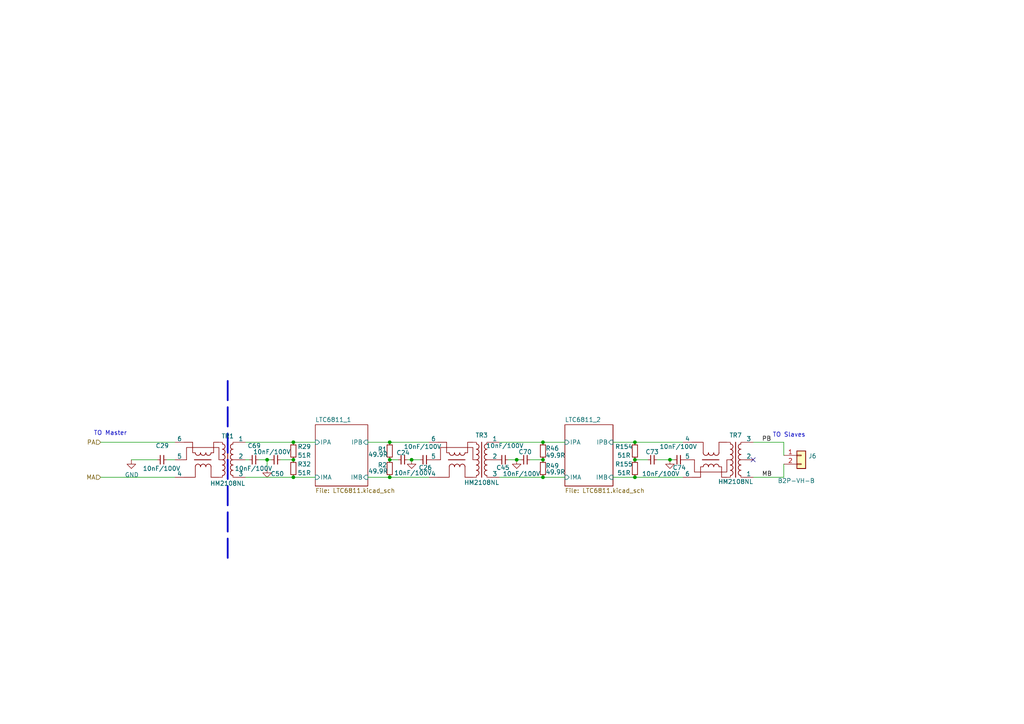
<source format=kicad_sch>
(kicad_sch
	(version 20231120)
	(generator "eeschema")
	(generator_version "8.0")
	(uuid "c41df499-68de-4aa0-9182-9e8acfd86439")
	(paper "A4")
	(lib_symbols
		(symbol "Library:C"
			(pin_numbers hide)
			(pin_names
				(offset 0.254)
			)
			(exclude_from_sim no)
			(in_bom yes)
			(on_board yes)
			(property "Reference" "C"
				(at 0.635 2.54 0)
				(effects
					(font
						(size 1.27 1.27)
					)
					(justify left)
				)
			)
			(property "Value" "C"
				(at 0.635 -2.54 0)
				(effects
					(font
						(size 1.27 1.27)
					)
					(justify left)
				)
			)
			(property "Footprint" ""
				(at 0.9652 -3.81 0)
				(effects
					(font
						(size 1.27 1.27)
					)
					(hide yes)
				)
			)
			(property "Datasheet" "~"
				(at 0 0 0)
				(effects
					(font
						(size 1.27 1.27)
					)
					(hide yes)
				)
			)
			(property "Description" "Unpolarized capacitor"
				(at 0 0 0)
				(effects
					(font
						(size 1.27 1.27)
					)
					(hide yes)
				)
			)
			(property "ki_keywords" "cap capacitor"
				(at 0 0 0)
				(effects
					(font
						(size 1.27 1.27)
					)
					(hide yes)
				)
			)
			(property "ki_fp_filters" "C_*"
				(at 0 0 0)
				(effects
					(font
						(size 1.27 1.27)
					)
					(hide yes)
				)
			)
			(symbol "C_1_1"
				(polyline
					(pts
						(xy -1.27 -0.508) (xy 1.27 -0.508)
					)
					(stroke
						(width 0.254)
						(type default)
					)
					(fill
						(type none)
					)
				)
				(polyline
					(pts
						(xy -1.27 0.508) (xy 1.27 0.508)
					)
					(stroke
						(width 0.254)
						(type default)
					)
					(fill
						(type none)
					)
				)
				(pin passive line
					(at 0 1.27 270)
					(length 0.762)
					(name "~"
						(effects
							(font
								(size 1.27 1.27)
							)
						)
					)
					(number "1"
						(effects
							(font
								(size 1.27 1.27)
							)
						)
					)
				)
				(pin passive line
					(at 0 -1.27 90)
					(length 0.762)
					(name "~"
						(effects
							(font
								(size 1.27 1.27)
							)
						)
					)
					(number "2"
						(effects
							(font
								(size 1.27 1.27)
							)
						)
					)
				)
			)
		)
		(symbol "Library:Conn_01x02"
			(pin_names
				(offset 1.016) hide)
			(exclude_from_sim no)
			(in_bom yes)
			(on_board yes)
			(property "Reference" "J"
				(at 0 2.54 0)
				(effects
					(font
						(size 1.27 1.27)
					)
				)
			)
			(property "Value" "Conn_01x02"
				(at 0 -5.08 0)
				(effects
					(font
						(size 1.27 1.27)
					)
				)
			)
			(property "Footprint" ""
				(at 0 0 0)
				(effects
					(font
						(size 1.27 1.27)
					)
					(hide yes)
				)
			)
			(property "Datasheet" "~"
				(at 0 0 0)
				(effects
					(font
						(size 1.27 1.27)
					)
					(hide yes)
				)
			)
			(property "Description" "Generic connector, single row, 01x02, script generated (kicad-library-utils/schlib/autogen/connector/)"
				(at 0 0 0)
				(effects
					(font
						(size 1.27 1.27)
					)
					(hide yes)
				)
			)
			(property "ki_keywords" "connector"
				(at 0 0 0)
				(effects
					(font
						(size 1.27 1.27)
					)
					(hide yes)
				)
			)
			(property "ki_fp_filters" "Connector*:*_1x??_*"
				(at 0 0 0)
				(effects
					(font
						(size 1.27 1.27)
					)
					(hide yes)
				)
			)
			(symbol "Conn_01x02_1_1"
				(rectangle
					(start -1.27 -2.413)
					(end 0 -2.667)
					(stroke
						(width 0.1524)
						(type default)
					)
					(fill
						(type none)
					)
				)
				(rectangle
					(start -1.27 0.127)
					(end 0 -0.127)
					(stroke
						(width 0.1524)
						(type default)
					)
					(fill
						(type none)
					)
				)
				(rectangle
					(start -1.27 1.27)
					(end 1.27 -3.81)
					(stroke
						(width 0.254)
						(type default)
					)
					(fill
						(type background)
					)
				)
				(pin passive line
					(at -5.08 0 0)
					(length 3.81)
					(name "Pin_1"
						(effects
							(font
								(size 1.27 1.27)
							)
						)
					)
					(number "1"
						(effects
							(font
								(size 1.27 1.27)
							)
						)
					)
				)
				(pin passive line
					(at -5.08 -2.54 0)
					(length 3.81)
					(name "Pin_2"
						(effects
							(font
								(size 1.27 1.27)
							)
						)
					)
					(number "2"
						(effects
							(font
								(size 1.27 1.27)
							)
						)
					)
				)
			)
		)
		(symbol "Library:GND"
			(power)
			(pin_names
				(offset 0)
			)
			(exclude_from_sim no)
			(in_bom yes)
			(on_board yes)
			(property "Reference" "#PWR"
				(at 0 -6.35 0)
				(effects
					(font
						(size 1.27 1.27)
					)
					(hide yes)
				)
			)
			(property "Value" "GND"
				(at 0 -3.81 0)
				(effects
					(font
						(size 1.27 1.27)
					)
				)
			)
			(property "Footprint" ""
				(at 0 0 0)
				(effects
					(font
						(size 1.27 1.27)
					)
					(hide yes)
				)
			)
			(property "Datasheet" ""
				(at 0 0 0)
				(effects
					(font
						(size 1.27 1.27)
					)
					(hide yes)
				)
			)
			(property "Description" "Power symbol creates a global label with name \"GND\" , ground"
				(at 0 0 0)
				(effects
					(font
						(size 1.27 1.27)
					)
					(hide yes)
				)
			)
			(property "ki_keywords" "global power"
				(at 0 0 0)
				(effects
					(font
						(size 1.27 1.27)
					)
					(hide yes)
				)
			)
			(symbol "GND_0_1"
				(polyline
					(pts
						(xy 0 0) (xy 0 -1.27) (xy 1.27 -1.27) (xy 0 -2.54) (xy -1.27 -1.27) (xy 0 -1.27)
					)
					(stroke
						(width 0)
						(type default)
					)
					(fill
						(type none)
					)
				)
			)
			(symbol "GND_1_1"
				(pin power_in line
					(at 0 0 270)
					(length 0) hide
					(name "GND"
						(effects
							(font
								(size 1.27 1.27)
							)
						)
					)
					(number "1"
						(effects
							(font
								(size 1.27 1.27)
							)
						)
					)
				)
			)
		)
		(symbol "Library:GND_PACK"
			(power)
			(pin_names
				(offset 0)
			)
			(exclude_from_sim no)
			(in_bom yes)
			(on_board yes)
			(property "Reference" "#PWR"
				(at 0 -6.35 0)
				(effects
					(font
						(size 1.27 1.27)
					)
					(hide yes)
				)
			)
			(property "Value" "GND_PACK"
				(at 0 -3.81 0)
				(effects
					(font
						(size 1.27 1.27)
					)
				)
			)
			(property "Footprint" ""
				(at 0 0 0)
				(effects
					(font
						(size 1.27 1.27)
					)
					(hide yes)
				)
			)
			(property "Datasheet" ""
				(at 0 0 0)
				(effects
					(font
						(size 1.27 1.27)
					)
					(hide yes)
				)
			)
			(property "Description" "Power symbol creates a global label with name \"GND_PACK\" , ground"
				(at 0 0 0)
				(effects
					(font
						(size 1.27 1.27)
					)
					(hide yes)
				)
			)
			(property "ki_keywords" "global power"
				(at 0 0 0)
				(effects
					(font
						(size 1.27 1.27)
					)
					(hide yes)
				)
			)
			(symbol "GND_PACK_0_1"
				(polyline
					(pts
						(xy 0 0) (xy 0 -1.27) (xy 1.27 -1.27) (xy 0 -2.54) (xy -1.27 -1.27) (xy 0 -1.27)
					)
					(stroke
						(width 0)
						(type default)
					)
					(fill
						(type none)
					)
				)
			)
			(symbol "GND_PACK_1_1"
				(pin power_in line
					(at 0 0 270)
					(length 0) hide
					(name "GND_PACK"
						(effects
							(font
								(size 1.27 1.27)
							)
						)
					)
					(number "1"
						(effects
							(font
								(size 1.27 1.27)
							)
						)
					)
				)
			)
		)
		(symbol "Library:HM2108NL"
			(pin_numbers hide)
			(pin_names
				(offset 0)
			)
			(exclude_from_sim no)
			(in_bom yes)
			(on_board yes)
			(property "Reference" "TR"
				(at 0 -13.97 0)
				(effects
					(font
						(size 1.27 1.27)
					)
				)
			)
			(property "Value" "HM2108NL"
				(at -5.08 6.35 0)
				(effects
					(font
						(size 1.27 1.27)
					)
				)
			)
			(property "Footprint" ""
				(at 1.27 -2.54 0)
				(effects
					(font
						(size 1.27 1.27)
					)
					(hide yes)
				)
			)
			(property "Datasheet" ""
				(at 1.27 -2.54 0)
				(effects
					(font
						(size 1.27 1.27)
					)
					(hide yes)
				)
			)
			(property "Description" ""
				(at 0 0 0)
				(effects
					(font
						(size 1.27 1.27)
					)
					(hide yes)
				)
			)
			(symbol "HM2108NL_1_1"
				(arc
					(start -9.398 0.762)
					(mid -8.636 0.0033)
					(end -7.874 0.762)
					(stroke
						(width 0.2032)
						(type solid)
					)
					(fill
						(type none)
					)
				)
				(arc
					(start -7.874 -3.302)
					(mid -8.636 -2.5433)
					(end -9.398 -3.302)
					(stroke
						(width 0.2032)
						(type solid)
					)
					(fill
						(type none)
					)
				)
				(arc
					(start -7.874 0.762)
					(mid -7.112 0.0033)
					(end -6.35 0.762)
					(stroke
						(width 0.2032)
						(type solid)
					)
					(fill
						(type none)
					)
				)
				(arc
					(start -6.35 -3.302)
					(mid -7.112 -2.5433)
					(end -7.874 -3.302)
					(stroke
						(width 0.2032)
						(type solid)
					)
					(fill
						(type none)
					)
				)
				(arc
					(start -6.35 0.762)
					(mid -5.588 0.0033)
					(end -4.826 0.762)
					(stroke
						(width 0.2032)
						(type solid)
					)
					(fill
						(type none)
					)
				)
				(arc
					(start -4.826 -3.302)
					(mid -5.588 -2.5433)
					(end -6.35 -3.302)
					(stroke
						(width 0.2032)
						(type solid)
					)
					(fill
						(type none)
					)
				)
				(arc
					(start -1.524 -5.842)
					(mid -0.7653 -5.08)
					(end -1.524 -4.318)
					(stroke
						(width 0.2032)
						(type solid)
					)
					(fill
						(type none)
					)
				)
				(arc
					(start -1.524 -4.318)
					(mid -0.7653 -3.556)
					(end -1.524 -2.794)
					(stroke
						(width 0.2032)
						(type solid)
					)
					(fill
						(type none)
					)
				)
				(arc
					(start -1.524 -2.794)
					(mid -0.7653 -2.032)
					(end -1.524 -1.27)
					(stroke
						(width 0.2032)
						(type solid)
					)
					(fill
						(type none)
					)
				)
				(arc
					(start -1.524 -1.27)
					(mid -0.7653 -0.508)
					(end -1.524 0.254)
					(stroke
						(width 0.2032)
						(type solid)
					)
					(fill
						(type none)
					)
				)
				(arc
					(start -1.524 0.254)
					(mid -0.7653 1.016)
					(end -1.524 1.778)
					(stroke
						(width 0.2032)
						(type solid)
					)
					(fill
						(type none)
					)
				)
				(arc
					(start -1.524 1.778)
					(mid -0.7653 2.54)
					(end -1.524 3.302)
					(stroke
						(width 0.2032)
						(type solid)
					)
					(fill
						(type none)
					)
				)
				(polyline
					(pts
						(xy -12.7 -1.27) (xy -11.938 -1.27)
					)
					(stroke
						(width 0.1778)
						(type solid)
					)
					(fill
						(type none)
					)
				)
				(polyline
					(pts
						(xy -10.16 -6.35) (xy -12.7 -6.35)
					)
					(stroke
						(width 0.1778)
						(type solid)
					)
					(fill
						(type none)
					)
				)
				(polyline
					(pts
						(xy -9.652 -1.27) (xy -4.826 -1.27)
					)
					(stroke
						(width 0.254)
						(type solid)
					)
					(fill
						(type none)
					)
				)
				(polyline
					(pts
						(xy -4.826 0.762) (xy -4.826 3.81)
					)
					(stroke
						(width 0.1778)
						(type solid)
					)
					(fill
						(type none)
					)
				)
				(polyline
					(pts
						(xy -4.826 3.81) (xy -2.54 3.81)
					)
					(stroke
						(width 0.1778)
						(type solid)
					)
					(fill
						(type none)
					)
				)
				(polyline
					(pts
						(xy 0 -6.35) (xy 0 3.81)
					)
					(stroke
						(width 0.254)
						(type solid)
					)
					(fill
						(type none)
					)
				)
				(polyline
					(pts
						(xy -12.7 3.81) (xy -9.398 3.81) (xy -9.398 0.762)
					)
					(stroke
						(width 0.1778)
						(type solid)
					)
					(fill
						(type none)
					)
				)
				(polyline
					(pts
						(xy -10.16 -6.35) (xy -10.16 -3.302) (xy -9.398 -3.302)
					)
					(stroke
						(width 0.1778)
						(type solid)
					)
					(fill
						(type none)
					)
				)
				(polyline
					(pts
						(xy -1.524 -1.27) (xy -2.54 -1.27) (xy -2.54 -1.27)
					)
					(stroke
						(width 0)
						(type solid)
					)
					(fill
						(type outline)
					)
				)
				(polyline
					(pts
						(xy 1.524 -1.27) (xy 2.54 -1.27) (xy 2.54 -1.27)
					)
					(stroke
						(width 0)
						(type solid)
					)
					(fill
						(type outline)
					)
				)
				(polyline
					(pts
						(xy -4.826 -3.302) (xy -4.064 -3.302) (xy -4.064 -6.35) (xy -2.54 -6.35)
					)
					(stroke
						(width 0.1778)
						(type solid)
					)
					(fill
						(type none)
					)
				)
				(polyline
					(pts
						(xy -2.54 -1.27) (xy -2.54 -4.826) (xy -11.938 -4.826) (xy -11.938 -1.27)
					)
					(stroke
						(width 0.1778)
						(type solid)
					)
					(fill
						(type none)
					)
				)
				(polyline
					(pts
						(xy -1.524 -5.842) (xy -1.524 -6.35) (xy -2.54 -6.35) (xy -2.54 -6.35)
					)
					(stroke
						(width 0)
						(type solid)
					)
					(fill
						(type none)
					)
				)
				(polyline
					(pts
						(xy -1.524 3.302) (xy -1.524 3.81) (xy -2.54 3.81) (xy -2.54 3.81)
					)
					(stroke
						(width 0)
						(type solid)
					)
					(fill
						(type none)
					)
				)
				(polyline
					(pts
						(xy 1.524 -5.842) (xy 1.524 -6.35) (xy 2.54 -6.35) (xy 2.54 -6.35)
					)
					(stroke
						(width 0)
						(type solid)
					)
					(fill
						(type none)
					)
				)
				(polyline
					(pts
						(xy 1.524 3.302) (xy 1.524 3.81) (xy 2.54 3.81) (xy 2.54 3.81)
					)
					(stroke
						(width 0)
						(type solid)
					)
					(fill
						(type none)
					)
				)
				(arc
					(start 1.524 -4.318)
					(mid 0.7653 -5.08)
					(end 1.524 -5.842)
					(stroke
						(width 0.2032)
						(type solid)
					)
					(fill
						(type none)
					)
				)
				(arc
					(start 1.524 -2.794)
					(mid 0.7653 -3.556)
					(end 1.524 -4.318)
					(stroke
						(width 0.2032)
						(type solid)
					)
					(fill
						(type none)
					)
				)
				(arc
					(start 1.524 -1.27)
					(mid 0.7653 -2.032)
					(end 1.524 -2.794)
					(stroke
						(width 0.2032)
						(type solid)
					)
					(fill
						(type none)
					)
				)
				(arc
					(start 1.524 0.254)
					(mid 0.7653 -0.508)
					(end 1.524 -1.27)
					(stroke
						(width 0.2032)
						(type solid)
					)
					(fill
						(type none)
					)
				)
				(arc
					(start 1.524 1.778)
					(mid 0.7653 1.016)
					(end 1.524 0.254)
					(stroke
						(width 0.2032)
						(type solid)
					)
					(fill
						(type none)
					)
				)
				(arc
					(start 1.524 3.302)
					(mid 0.7653 2.54)
					(end 1.524 1.778)
					(stroke
						(width 0.2032)
						(type solid)
					)
					(fill
						(type none)
					)
				)
				(pin passive line
					(at 5.08 -6.35 180)
					(length 2.54)
					(name "1"
						(effects
							(font
								(size 1.27 1.27)
							)
						)
					)
					(number "1"
						(effects
							(font
								(size 1.27 1.27)
							)
						)
					)
				)
				(pin passive line
					(at 5.08 -1.27 180)
					(length 2.54)
					(name "2"
						(effects
							(font
								(size 1.27 1.27)
							)
						)
					)
					(number "2"
						(effects
							(font
								(size 1.27 1.27)
							)
						)
					)
				)
				(pin passive line
					(at 5.08 3.81 180)
					(length 2.54)
					(name "3"
						(effects
							(font
								(size 1.27 1.27)
							)
						)
					)
					(number "3"
						(effects
							(font
								(size 1.27 1.27)
							)
						)
					)
				)
				(pin passive line
					(at -15.24 3.81 0)
					(length 2.54)
					(name "4"
						(effects
							(font
								(size 1.27 1.27)
							)
						)
					)
					(number "4"
						(effects
							(font
								(size 1.27 1.27)
							)
						)
					)
				)
				(pin passive line
					(at -15.24 -1.27 0)
					(length 2.54)
					(name "5"
						(effects
							(font
								(size 1.27 1.27)
							)
						)
					)
					(number "5"
						(effects
							(font
								(size 1.27 1.27)
							)
						)
					)
				)
				(pin passive line
					(at -15.24 -6.35 0)
					(length 2.54)
					(name "6"
						(effects
							(font
								(size 1.27 1.27)
							)
						)
					)
					(number "6"
						(effects
							(font
								(size 1.27 1.27)
							)
						)
					)
				)
			)
		)
		(symbol "Library:Logo_Tetra"
			(exclude_from_sim no)
			(in_bom yes)
			(on_board yes)
			(property "Reference" "U"
				(at -0.762 0 0)
				(effects
					(font
						(size 1.27 1.27)
					)
				)
			)
			(property "Value" ""
				(at -0.762 0 0)
				(effects
					(font
						(size 1.27 1.27)
					)
				)
			)
			(property "Footprint" ""
				(at -0.762 0 0)
				(effects
					(font
						(size 1.27 1.27)
					)
					(hide yes)
				)
			)
			(property "Datasheet" ""
				(at -0.762 0 0)
				(effects
					(font
						(size 1.27 1.27)
					)
					(hide yes)
				)
			)
			(property "Description" ""
				(at -0.762 0 0)
				(effects
					(font
						(size 1.27 1.27)
					)
					(hide yes)
				)
			)
			(symbol "Logo_Tetra_1_1"
				(polyline
					(pts
						(xy 0 7.366) (xy -2.54 3.302) (xy 2.54 3.302) (xy 0 7.366)
					)
					(stroke
						(width 0)
						(type default)
						(color 88 80 0 1)
					)
					(fill
						(type color)
						(color 88 80 0 1)
					)
				)
				(polyline
					(pts
						(xy -0.508 2.54) (xy -2.794 2.54) (xy -4.318 0.254) (xy -0.508 -5.588) (xy -0.508 2.54)
					)
					(stroke
						(width 0)
						(type default)
						(color 38 9 255 1)
					)
					(fill
						(type color)
						(color 38 9 255 1)
					)
				)
				(polyline
					(pts
						(xy 0.508 2.54) (xy 2.794 2.54) (xy 4.318 0.254) (xy 0.508 -5.588) (xy 0.508 2.54)
					)
					(stroke
						(width 0)
						(type default)
						(color 255 228 16 1)
					)
					(fill
						(type color)
						(color 255 228 16 1)
					)
				)
				(text "a"
					(at 13.462 -1.27 0)
					(effects
						(font
							(face "KiCad Font")
							(size 8.89 8.89)
						)
					)
				)
				(text "e"
					(at -8.89 -1.27 0)
					(effects
						(font
							(face "KiCad Font")
							(size 8.89 8.89)
						)
					)
				)
				(text "r"
					(at 7.112 -1.27 0)
					(effects
						(font
							(size 8.89 8.89)
						)
					)
				)
				(text "t"
					(at -16.002 -1.27 0)
					(effects
						(font
							(size 8.89 8.89)
						)
					)
				)
			)
		)
		(symbol "Library:R_Small"
			(pin_numbers hide)
			(pin_names
				(offset 0.254) hide)
			(exclude_from_sim no)
			(in_bom yes)
			(on_board yes)
			(property "Reference" "R"
				(at 0.762 0.508 0)
				(effects
					(font
						(size 1.27 1.27)
					)
					(justify left)
				)
			)
			(property "Value" "R_Small"
				(at 0.762 -1.016 0)
				(effects
					(font
						(size 1.27 1.27)
					)
					(justify left)
				)
			)
			(property "Footprint" ""
				(at 0 0 0)
				(effects
					(font
						(size 1.27 1.27)
					)
					(hide yes)
				)
			)
			(property "Datasheet" "~"
				(at 0 0 0)
				(effects
					(font
						(size 1.27 1.27)
					)
					(hide yes)
				)
			)
			(property "Description" "Resistor, small symbol"
				(at 0 0 0)
				(effects
					(font
						(size 1.27 1.27)
					)
					(hide yes)
				)
			)
			(property "ki_keywords" "R resistor"
				(at 0 0 0)
				(effects
					(font
						(size 1.27 1.27)
					)
					(hide yes)
				)
			)
			(property "ki_fp_filters" "R_*"
				(at 0 0 0)
				(effects
					(font
						(size 1.27 1.27)
					)
					(hide yes)
				)
			)
			(symbol "R_Small_0_1"
				(rectangle
					(start -0.762 1.778)
					(end 0.762 -1.778)
					(stroke
						(width 0.2032)
						(type default)
					)
					(fill
						(type none)
					)
				)
			)
			(symbol "R_Small_1_1"
				(pin passive line
					(at 0 2.54 270)
					(length 0.762)
					(name "~"
						(effects
							(font
								(size 1.27 1.27)
							)
						)
					)
					(number "1"
						(effects
							(font
								(size 1.27 1.27)
							)
						)
					)
				)
				(pin passive line
					(at 0 -2.54 90)
					(length 0.762)
					(name "~"
						(effects
							(font
								(size 1.27 1.27)
							)
						)
					)
					(number "2"
						(effects
							(font
								(size 1.27 1.27)
							)
						)
					)
				)
			)
		)
	)
	(junction
		(at 184.15 128.27)
		(diameter 0)
		(color 0 0 0 0)
		(uuid "17ae8e69-58f3-4859-818b-a12e63155f6a")
	)
	(junction
		(at 85.09 133.35)
		(diameter 0)
		(color 0 0 0 0)
		(uuid "1aa82eaf-40f5-472b-a381-cbc0172ac160")
	)
	(junction
		(at 157.48 133.35)
		(diameter 0)
		(color 0 0 0 0)
		(uuid "328115e1-1b51-49ee-9c68-84a891253d4f")
	)
	(junction
		(at 194.31 133.35)
		(diameter 0)
		(color 0 0 0 0)
		(uuid "40faadf4-dc77-4a47-babe-f55c5e54255b")
	)
	(junction
		(at 85.09 128.27)
		(diameter 0)
		(color 0 0 0 0)
		(uuid "4c70f886-f77e-48d0-aca0-33b250de242f")
	)
	(junction
		(at 184.15 138.43)
		(diameter 0)
		(color 0 0 0 0)
		(uuid "5ffd13d9-a52d-41d9-9618-5d07c55cd198")
	)
	(junction
		(at 77.47 133.35)
		(diameter 0)
		(color 0 0 0 0)
		(uuid "6460ab8f-2ce3-400a-b1fa-9a2fabe53ec1")
	)
	(junction
		(at 157.48 128.27)
		(diameter 0)
		(color 0 0 0 0)
		(uuid "6ae61f26-ab3b-4376-ae01-ecdab1406cf0")
	)
	(junction
		(at 184.15 133.35)
		(diameter 0)
		(color 0 0 0 0)
		(uuid "83a67c93-ede4-420d-a3f1-d79e48c38400")
	)
	(junction
		(at 157.48 138.43)
		(diameter 0)
		(color 0 0 0 0)
		(uuid "8dd27447-a24e-4f6c-bc8f-9a99e0bec5cd")
	)
	(junction
		(at 119.38 133.35)
		(diameter 0)
		(color 0 0 0 0)
		(uuid "91086ea8-d3e4-41a2-8b64-4e136224384c")
	)
	(junction
		(at 149.86 133.35)
		(diameter 0)
		(color 0 0 0 0)
		(uuid "950d1365-b806-46b5-8db0-f4148f75ebed")
	)
	(junction
		(at 85.09 138.43)
		(diameter 0)
		(color 0 0 0 0)
		(uuid "ad120fbc-49ea-4467-8f54-5b623c07e2f9")
	)
	(junction
		(at 113.03 128.27)
		(diameter 0)
		(color 0 0 0 0)
		(uuid "afd28608-f2e8-42f2-a3f4-cc5505cd674d")
	)
	(junction
		(at 113.03 138.43)
		(diameter 0)
		(color 0 0 0 0)
		(uuid "b7408174-56ae-4c77-8c90-f70a4eb4ede5")
	)
	(junction
		(at 113.03 133.35)
		(diameter 0)
		(color 0 0 0 0)
		(uuid "ec776644-f3d5-43d0-9cb3-2ccaa552f378")
	)
	(no_connect
		(at 218.44 133.35)
		(uuid "ff8b8287-a095-425a-b6a0-e872b7b098b2")
	)
	(wire
		(pts
			(xy 71.12 133.35) (xy 72.39 133.35)
		)
		(stroke
			(width 0)
			(type default)
		)
		(uuid "0515cb03-909f-4e21-b439-d4dfb1de9cf6")
	)
	(wire
		(pts
			(xy 194.31 133.35) (xy 195.58 133.35)
		)
		(stroke
			(width 0)
			(type default)
		)
		(uuid "0cb03fcf-20bc-41c7-b1ae-7a036307df32")
	)
	(wire
		(pts
			(xy 144.78 138.43) (xy 157.48 138.43)
		)
		(stroke
			(width 0)
			(type default)
		)
		(uuid "12c97bc9-476d-4d8a-81be-93f898bc9c94")
	)
	(wire
		(pts
			(xy 85.09 138.43) (xy 91.44 138.43)
		)
		(stroke
			(width 0)
			(type default)
		)
		(uuid "16321830-6cc9-47cf-971a-3da13f56502a")
	)
	(wire
		(pts
			(xy 48.26 133.35) (xy 50.8 133.35)
		)
		(stroke
			(width 0)
			(type default)
		)
		(uuid "1f8fc6ec-2988-43a1-a909-965c6434f877")
	)
	(wire
		(pts
			(xy 119.38 133.35) (xy 121.92 133.35)
		)
		(stroke
			(width 0)
			(type default)
		)
		(uuid "2882c383-0362-4517-9d68-555a172b139f")
	)
	(wire
		(pts
			(xy 147.32 133.35) (xy 149.86 133.35)
		)
		(stroke
			(width 0)
			(type default)
		)
		(uuid "28ecab1c-dbb6-46cd-ab0c-2230b4821c41")
	)
	(wire
		(pts
			(xy 71.12 128.27) (xy 85.09 128.27)
		)
		(stroke
			(width 0)
			(type default)
		)
		(uuid "318ea3de-267b-4261-a662-c7d393948544")
	)
	(wire
		(pts
			(xy 77.47 133.35) (xy 77.47 135.89)
		)
		(stroke
			(width 0)
			(type default)
		)
		(uuid "371a4f47-48b6-4fb4-94cf-b9f2a681cd45")
	)
	(wire
		(pts
			(xy 227.33 128.27) (xy 227.33 132.08)
		)
		(stroke
			(width 0)
			(type default)
		)
		(uuid "39859666-08e5-4a50-9f12-f4bcd1482ec8")
	)
	(wire
		(pts
			(xy 184.15 133.35) (xy 187.96 133.35)
		)
		(stroke
			(width 0)
			(type default)
		)
		(uuid "4220b9ff-365d-42a6-8d64-583e20d05c08")
	)
	(wire
		(pts
			(xy 71.12 138.43) (xy 85.09 138.43)
		)
		(stroke
			(width 0)
			(type default)
		)
		(uuid "4389a8ad-188a-40fd-aae5-93f8ddff353f")
	)
	(wire
		(pts
			(xy 177.8 128.27) (xy 184.15 128.27)
		)
		(stroke
			(width 0)
			(type default)
		)
		(uuid "4be926ef-050b-4035-b2a4-5051e967f0f7")
	)
	(wire
		(pts
			(xy 29.21 138.43) (xy 50.8 138.43)
		)
		(stroke
			(width 0)
			(type default)
		)
		(uuid "5efd55df-76bb-4fa3-b27d-fb8b893773f9")
	)
	(wire
		(pts
			(xy 218.44 128.27) (xy 227.33 128.27)
		)
		(stroke
			(width 0)
			(type default)
		)
		(uuid "605270d0-a22d-43eb-8f80-271830728b2a")
	)
	(wire
		(pts
			(xy 81.28 133.35) (xy 85.09 133.35)
		)
		(stroke
			(width 0)
			(type default)
		)
		(uuid "736e9efa-931b-4c80-958f-a5502fba3b76")
	)
	(wire
		(pts
			(xy 227.33 138.43) (xy 227.33 134.62)
		)
		(stroke
			(width 0)
			(type default)
		)
		(uuid "8c895afc-d998-410d-b98e-829d1faaa5c8")
	)
	(polyline
		(pts
			(xy 66.04 110.49) (xy 66.04 163.195)
		)
		(stroke
			(width 0.508)
			(type dash)
		)
		(uuid "8ea79524-4758-4a9c-bf6d-560bf69b3cab")
	)
	(wire
		(pts
			(xy 157.48 138.43) (xy 163.83 138.43)
		)
		(stroke
			(width 0)
			(type default)
		)
		(uuid "90fa303f-3668-451b-ba40-909c48ceb6dd")
	)
	(wire
		(pts
			(xy 113.03 128.27) (xy 124.46 128.27)
		)
		(stroke
			(width 0)
			(type default)
		)
		(uuid "929b260e-2429-48cb-91ba-21a6e8f0e903")
	)
	(wire
		(pts
			(xy 144.78 128.27) (xy 157.48 128.27)
		)
		(stroke
			(width 0)
			(type default)
		)
		(uuid "a0b1586b-b6d6-47b4-aa88-6d81543eb819")
	)
	(wire
		(pts
			(xy 157.48 128.27) (xy 163.83 128.27)
		)
		(stroke
			(width 0)
			(type default)
		)
		(uuid "a240eed0-e2d0-40b3-99c2-4eda939d0878")
	)
	(wire
		(pts
			(xy 38.1 133.35) (xy 45.72 133.35)
		)
		(stroke
			(width 0)
			(type default)
		)
		(uuid "a2d6a5aa-db69-4fec-8bc5-d0ba945e539a")
	)
	(wire
		(pts
			(xy 106.68 138.43) (xy 113.03 138.43)
		)
		(stroke
			(width 0)
			(type default)
		)
		(uuid "a4ce5d1b-7892-400d-a372-c3d6f2d5b949")
	)
	(wire
		(pts
			(xy 106.68 128.27) (xy 113.03 128.27)
		)
		(stroke
			(width 0)
			(type default)
		)
		(uuid "ab713703-fdb1-4c1f-b9b1-6a2e3e4048ca")
	)
	(wire
		(pts
			(xy 113.03 133.35) (xy 115.57 133.35)
		)
		(stroke
			(width 0)
			(type default)
		)
		(uuid "ab9b4c8c-1fd9-4433-b53c-2117d508af59")
	)
	(wire
		(pts
			(xy 113.03 138.43) (xy 124.46 138.43)
		)
		(stroke
			(width 0)
			(type default)
		)
		(uuid "b24dc63e-3641-42ab-8e61-2e758e7bbdaa")
	)
	(wire
		(pts
			(xy 77.47 133.35) (xy 78.74 133.35)
		)
		(stroke
			(width 0)
			(type default)
		)
		(uuid "b3bc7dc1-7c25-4c6f-8529-632e0f9cc9dd")
	)
	(wire
		(pts
			(xy 118.11 133.35) (xy 119.38 133.35)
		)
		(stroke
			(width 0)
			(type default)
		)
		(uuid "b9be9968-efe3-478c-9dc7-95e41a8e3d3f")
	)
	(wire
		(pts
			(xy 184.15 128.27) (xy 198.12 128.27)
		)
		(stroke
			(width 0)
			(type default)
		)
		(uuid "bae46b08-9937-4666-b2fd-9a2b59f2b59c")
	)
	(wire
		(pts
			(xy 177.8 138.43) (xy 184.15 138.43)
		)
		(stroke
			(width 0)
			(type default)
		)
		(uuid "c5cc9c48-dcc1-4686-8db9-349df05ef020")
	)
	(wire
		(pts
			(xy 149.86 133.35) (xy 151.13 133.35)
		)
		(stroke
			(width 0)
			(type default)
		)
		(uuid "cb5efa69-a2d2-43be-b4e6-a0bceb0cf28d")
	)
	(wire
		(pts
			(xy 153.67 133.35) (xy 157.48 133.35)
		)
		(stroke
			(width 0)
			(type default)
		)
		(uuid "d982ebdb-cc39-4fdd-bae4-b5e1eee22076")
	)
	(wire
		(pts
			(xy 218.44 138.43) (xy 227.33 138.43)
		)
		(stroke
			(width 0)
			(type default)
		)
		(uuid "dfaae3eb-a834-4b15-8e44-bed55169b9b3")
	)
	(wire
		(pts
			(xy 85.09 128.27) (xy 91.44 128.27)
		)
		(stroke
			(width 0)
			(type default)
		)
		(uuid "e5f71115-26e0-4534-b746-6f9168ebebce")
	)
	(wire
		(pts
			(xy 190.5 133.35) (xy 194.31 133.35)
		)
		(stroke
			(width 0)
			(type default)
		)
		(uuid "e6b1d7c6-6118-462f-a23d-c3b5a2b2bb89")
	)
	(wire
		(pts
			(xy 74.93 133.35) (xy 77.47 133.35)
		)
		(stroke
			(width 0)
			(type default)
		)
		(uuid "eb53881c-c96f-4596-8c6d-1e6159f34398")
	)
	(wire
		(pts
			(xy 184.15 138.43) (xy 198.12 138.43)
		)
		(stroke
			(width 0)
			(type default)
		)
		(uuid "fb36532e-4942-49c9-ad64-ceae22a9e2c2")
	)
	(wire
		(pts
			(xy 29.21 128.27) (xy 50.8 128.27)
		)
		(stroke
			(width 0)
			(type default)
		)
		(uuid "fd5bb9b3-1d45-40b9-ba85-3be303a9056c")
	)
	(text "TO Slaves"
		(exclude_from_sim no)
		(at 228.854 126.238 0)
		(effects
			(font
				(size 1.27 1.27)
			)
		)
		(uuid "69e2a0a5-daf9-4df4-a3a2-8d9fadd4c978")
	)
	(text "TO Master"
		(exclude_from_sim no)
		(at 32.004 125.73 0)
		(effects
			(font
				(size 1.27 1.27)
			)
		)
		(uuid "8511b27d-a852-4513-ba63-a4f671833e67")
	)
	(label "MB"
		(at 220.98 138.43 0)
		(fields_autoplaced yes)
		(effects
			(font
				(size 1.27 1.27)
			)
			(justify left bottom)
		)
		(uuid "60640b76-889c-47e0-8c60-2a1ec8e59bd9")
	)
	(label "PB"
		(at 220.98 128.27 0)
		(fields_autoplaced yes)
		(effects
			(font
				(size 1.27 1.27)
			)
			(justify left bottom)
		)
		(uuid "8972150a-c3fb-4c3f-b1f8-b64a2ac57730")
	)
	(hierarchical_label "PA"
		(shape input)
		(at 29.21 128.27 180)
		(fields_autoplaced yes)
		(effects
			(font
				(size 1.27 1.27)
			)
			(justify right)
		)
		(uuid "c82b7509-138c-4767-a892-45527255cb11")
	)
	(hierarchical_label "MA"
		(shape input)
		(at 29.21 138.43 180)
		(fields_autoplaced yes)
		(effects
			(font
				(size 1.27 1.27)
			)
			(justify right)
		)
		(uuid "f3cd2bfb-272d-4de1-ba7d-bc47d53d1782")
	)
	(symbol
		(lib_id "Library:C")
		(at 152.4 133.35 270)
		(mirror x)
		(unit 1)
		(exclude_from_sim no)
		(in_bom yes)
		(on_board yes)
		(dnp no)
		(uuid "01172e7e-4ef7-418d-b07c-9e31635c6070")
		(property "Reference" "C70"
			(at 150.368 131.064 90)
			(effects
				(font
					(size 1.27 1.27)
				)
				(justify left)
			)
		)
		(property "Value" "10nF/100V"
			(at 145.796 137.414 90)
			(effects
				(font
					(size 1.27 1.27)
				)
				(justify left)
			)
		)
		(property "Footprint" "Capacitor_SMD:C_0603_1608Metric"
			(at 148.59 132.3848 0)
			(effects
				(font
					(size 1.27 1.27)
				)
				(hide yes)
			)
		)
		(property "Datasheet" "https://content.kemet.com/datasheets/KEM_X7R_FT_VW_AUDI.pdf"
			(at 152.4 133.35 0)
			(effects
				(font
					(size 1.27 1.27)
				)
				(hide yes)
			)
		)
		(property "Description" "10000 pF ±10% 100V Ceramic Capacitor X7R 0603 (1608 Metric)"
			(at 152.4 133.35 0)
			(effects
				(font
					(size 1.27 1.27)
				)
				(hide yes)
			)
		)
		(property "MPN" "C0603X103K1RAC3316"
			(at 152.4 133.35 0)
			(effects
				(font
					(size 1.27 1.27)
				)
				(hide yes)
			)
		)
		(property "Link" "https://www.digikey.jp/en/products/detail/kemet/C0603X103K1RAC3316/10315782"
			(at 152.4 133.35 0)
			(effects
				(font
					(size 1.27 1.27)
				)
				(hide yes)
			)
		)
		(pin "1"
			(uuid "0331f375-26fb-4c12-8f67-808b5efb4e21")
		)
		(pin "2"
			(uuid "6b7da889-1a12-4ecb-94c4-ff9de0958aa9")
		)
		(instances
			(project "LTC6811_ESP32_V3"
				(path "/6a86ff6f-b159-4c4c-8a40-e732cc82e010/6b51f869-3fd5-42f9-b3ca-66a1d105433e"
					(reference "C70")
					(unit 1)
				)
			)
		)
	)
	(symbol
		(lib_id "Library:R_Small")
		(at 85.09 135.89 180)
		(unit 1)
		(exclude_from_sim no)
		(in_bom yes)
		(on_board yes)
		(dnp no)
		(uuid "03b7e943-5764-4976-acc5-f4348bb8184b")
		(property "Reference" "R32"
			(at 88.265 134.62 0)
			(effects
				(font
					(size 1.27 1.27)
				)
			)
		)
		(property "Value" "51R"
			(at 88.265 137.16 0)
			(effects
				(font
					(size 1.27 1.27)
				)
			)
		)
		(property "Footprint" "Resistor_SMD:R_0603_1608Metric"
			(at 86.868 135.89 90)
			(effects
				(font
					(size 1.27 1.27)
				)
				(hide yes)
			)
		)
		(property "Datasheet" "https://www.yageo.com/upload/media/product/productsearch/datasheet/rchip/PYu-RC_Group_51_RoHS_L_12.pdf"
			(at 85.09 135.89 0)
			(effects
				(font
					(size 1.27 1.27)
				)
				(hide yes)
			)
		)
		(property "Description" "51 Ohms ±5% 0.1W, 1/10W Chip Resistor 0603 (1608 Metric) Moisture Resistant Thick Film"
			(at 85.09 135.89 0)
			(effects
				(font
					(size 1.27 1.27)
				)
				(hide yes)
			)
		)
		(property "MPN" "RC0603JR-0751RL"
			(at 85.09 135.89 0)
			(effects
				(font
					(size 1.27 1.27)
				)
				(hide yes)
			)
		)
		(property "Link" "https://www.digikey.jp/en/products/detail/yageo/RC0603JR-0751RL/726803?s=N4IgTCBcDaIEoGEAMA2JBmAUnAtEg7AKwCMcAMiALoC%2BQA"
			(at 85.09 135.89 0)
			(effects
				(font
					(size 1.27 1.27)
				)
				(hide yes)
			)
		)
		(pin "1"
			(uuid "fcb157cf-abf1-47c8-bc56-fb5fe329a29c")
		)
		(pin "2"
			(uuid "ceae048b-6282-415e-9d66-28b7ba3cadfd")
		)
		(instances
			(project "LTC6811_ESP32_V5"
				(path "/6a86ff6f-b159-4c4c-8a40-e732cc82e010/6b51f869-3fd5-42f9-b3ca-66a1d105433e"
					(reference "R32")
					(unit 1)
				)
			)
		)
	)
	(symbol
		(lib_id "Library:HM2108NL")
		(at 66.04 134.62 0)
		(mirror x)
		(unit 1)
		(exclude_from_sim no)
		(in_bom yes)
		(on_board yes)
		(dnp no)
		(uuid "063650ad-299a-46bb-a808-27f115a0cad0")
		(property "Reference" "TR1"
			(at 66.04 126.492 0)
			(effects
				(font
					(size 1.27 1.27)
				)
			)
		)
		(property "Value" "HM2108NL"
			(at 66.04 140.208 0)
			(effects
				(font
					(size 1.27 1.27)
				)
			)
		)
		(property "Footprint" "Transformer_SMD:HM2108NL"
			(at 67.31 132.08 0)
			(effects
				(font
					(size 1.27 1.27)
				)
				(hide yes)
			)
		)
		(property "Datasheet" "https://productfinder.pulseelectronics.com/api/open/part-attachments/datasheet/HM2108NL"
			(at 67.31 132.08 0)
			(effects
				(font
					(size 1.27 1.27)
				)
				(hide yes)
			)
		)
		(property "Description" "135µH Pulse Transformer Surface Mount"
			(at 66.04 134.62 0)
			(effects
				(font
					(size 1.27 1.27)
				)
				(hide yes)
			)
		)
		(property "MPN" "HM2108NL"
			(at 66.04 134.62 0)
			(effects
				(font
					(size 1.27 1.27)
				)
				(hide yes)
			)
		)
		(property "Link" "https://www.digikey.jp/en/products/detail/pulse-electronics/HM2108NL/7914611"
			(at 66.04 134.62 0)
			(effects
				(font
					(size 1.27 1.27)
				)
				(hide yes)
			)
		)
		(pin "1"
			(uuid "c726da3d-e678-4248-8248-db2c9949c5e0")
		)
		(pin "2"
			(uuid "64a2c6e0-f1d1-46d4-912e-e17aac448a16")
		)
		(pin "3"
			(uuid "6620f822-04fe-47bd-b178-35490dcc885c")
		)
		(pin "4"
			(uuid "a55cc958-1140-4e46-bf2c-eba5a9fea36c")
		)
		(pin "5"
			(uuid "3a016897-3425-4e67-b895-6b141e8fbebb")
		)
		(pin "6"
			(uuid "70f5e197-a87c-41c0-a15d-77698544a376")
		)
		(instances
			(project "LTC6811_ESP32_V3"
				(path "/6a86ff6f-b159-4c4c-8a40-e732cc82e010/6b51f869-3fd5-42f9-b3ca-66a1d105433e"
					(reference "TR1")
					(unit 1)
				)
			)
		)
	)
	(symbol
		(lib_id "Library:R_Small")
		(at 157.48 135.89 0)
		(mirror x)
		(unit 1)
		(exclude_from_sim no)
		(in_bom yes)
		(on_board yes)
		(dnp no)
		(uuid "12b5112c-49a3-40a0-a90c-af4da7d2b212")
		(property "Reference" "R49"
			(at 158.242 135.128 0)
			(effects
				(font
					(size 1.27 1.27)
				)
				(justify left)
			)
		)
		(property "Value" "49.9R"
			(at 158.242 136.906 0)
			(effects
				(font
					(size 1.27 1.27)
				)
				(justify left)
			)
		)
		(property "Footprint" "Resistor_SMD:R_0603_1608Metric"
			(at 157.48 135.89 0)
			(effects
				(font
					(size 1.27 1.27)
				)
				(hide yes)
			)
		)
		(property "Datasheet" "https://industrial.panasonic.com/cdbs/www-data/pdf/RDA0000/AOA0000C304.pdf"
			(at 157.48 135.89 0)
			(effects
				(font
					(size 1.27 1.27)
				)
				(hide yes)
			)
		)
		(property "Description" "49.9 Ohms ±1% 0.1W, 1/10W Chip Resistor 0603 (1608 Metric) Automotive AEC-Q200 Thick Film"
			(at 157.48 135.89 0)
			(effects
				(font
					(size 1.27 1.27)
				)
				(hide yes)
			)
		)
		(property "Link" "https://www.digikey.jp/en/products/detail/panasonic-electronic-components/ERJ-3EKF49R9V/196378"
			(at 157.48 135.89 0)
			(effects
				(font
					(size 1.27 1.27)
				)
				(hide yes)
			)
		)
		(property "MPN" "ERJ-3EKF49R9V"
			(at 157.48 135.89 0)
			(effects
				(font
					(size 1.27 1.27)
				)
				(hide yes)
			)
		)
		(pin "1"
			(uuid "95d0893e-0ca3-4984-8c22-cd882deb9d81")
		)
		(pin "2"
			(uuid "6a319fe1-78bd-4870-b4f8-efbd64b86631")
		)
		(instances
			(project "LTC6811_ESP32_V3"
				(path "/6a86ff6f-b159-4c4c-8a40-e732cc82e010/6b51f869-3fd5-42f9-b3ca-66a1d105433e"
					(reference "R49")
					(unit 1)
				)
			)
		)
	)
	(symbol
		(lib_id "Library:C")
		(at 196.85 133.35 270)
		(unit 1)
		(exclude_from_sim no)
		(in_bom yes)
		(on_board yes)
		(dnp no)
		(uuid "13b4933f-71e7-4fdd-b6ab-635ee1ba6d27")
		(property "Reference" "C74"
			(at 195.072 135.636 90)
			(effects
				(font
					(size 1.27 1.27)
				)
				(justify left)
			)
		)
		(property "Value" "10nF/100V"
			(at 191.262 129.54 90)
			(effects
				(font
					(size 1.27 1.27)
				)
				(justify left)
			)
		)
		(property "Footprint" "Capacitor_SMD:C_0603_1608Metric"
			(at 193.04 134.3152 0)
			(effects
				(font
					(size 1.27 1.27)
				)
				(hide yes)
			)
		)
		(property "Datasheet" "https://content.kemet.com/datasheets/KEM_X7R_FT_VW_AUDI.pdf"
			(at 196.85 133.35 0)
			(effects
				(font
					(size 1.27 1.27)
				)
				(hide yes)
			)
		)
		(property "Description" "10000 pF ±10% 100V Ceramic Capacitor X7R 0603 (1608 Metric)"
			(at 196.85 133.35 0)
			(effects
				(font
					(size 1.27 1.27)
				)
				(hide yes)
			)
		)
		(property "MPN" "C0603X103K1RAC3316"
			(at 196.85 133.35 0)
			(effects
				(font
					(size 1.27 1.27)
				)
				(hide yes)
			)
		)
		(property "Link" "https://www.digikey.jp/en/products/detail/kemet/C0603X103K1RAC3316/10315782"
			(at 196.85 133.35 0)
			(effects
				(font
					(size 1.27 1.27)
				)
				(hide yes)
			)
		)
		(pin "1"
			(uuid "69ed10c8-9bea-44af-ac76-19f7249d889d")
		)
		(pin "2"
			(uuid "7ddf8fbf-b593-4bdf-a8dd-5e06818c9656")
		)
		(instances
			(project "LTC6811_ESP32_V5"
				(path "/6a86ff6f-b159-4c4c-8a40-e732cc82e010/6b51f869-3fd5-42f9-b3ca-66a1d105433e"
					(reference "C74")
					(unit 1)
				)
			)
		)
	)
	(symbol
		(lib_id "Library:GND")
		(at 38.1 133.35 0)
		(unit 1)
		(exclude_from_sim no)
		(in_bom yes)
		(on_board yes)
		(dnp no)
		(uuid "1a0a3ed7-c307-4f25-b0fa-3a29338e3e33")
		(property "Reference" "#PWR049"
			(at 38.1 139.7 0)
			(effects
				(font
					(size 1.27 1.27)
				)
				(hide yes)
			)
		)
		(property "Value" "GND"
			(at 38.227 137.7442 0)
			(effects
				(font
					(size 1.27 1.27)
				)
			)
		)
		(property "Footprint" ""
			(at 38.1 133.35 0)
			(effects
				(font
					(size 1.27 1.27)
				)
				(hide yes)
			)
		)
		(property "Datasheet" ""
			(at 38.1 133.35 0)
			(effects
				(font
					(size 1.27 1.27)
				)
				(hide yes)
			)
		)
		(property "Description" ""
			(at 38.1 133.35 0)
			(effects
				(font
					(size 1.27 1.27)
				)
				(hide yes)
			)
		)
		(pin "1"
			(uuid "b359e080-a333-451f-bb83-9045a4e678ed")
		)
		(instances
			(project "LTC6811_ESP32_V5"
				(path "/6a86ff6f-b159-4c4c-8a40-e732cc82e010/6b51f869-3fd5-42f9-b3ca-66a1d105433e"
					(reference "#PWR049")
					(unit 1)
				)
			)
		)
	)
	(symbol
		(lib_id "Library:C")
		(at 46.99 133.35 90)
		(mirror x)
		(unit 1)
		(exclude_from_sim no)
		(in_bom yes)
		(on_board yes)
		(dnp no)
		(uuid "2f4059db-50d5-4725-9651-ce9e09270629")
		(property "Reference" "C29"
			(at 49.022 129.286 90)
			(effects
				(font
					(size 1.27 1.27)
				)
				(justify left)
			)
		)
		(property "Value" "10nF/100V"
			(at 52.324 135.89 90)
			(effects
				(font
					(size 1.27 1.27)
				)
				(justify left)
			)
		)
		(property "Footprint" "Capacitor_SMD:C_0603_1608Metric"
			(at 50.8 134.3152 0)
			(effects
				(font
					(size 1.27 1.27)
				)
				(hide yes)
			)
		)
		(property "Datasheet" "https://content.kemet.com/datasheets/KEM_X7R_FT_VW_AUDI.pdf"
			(at 46.99 133.35 0)
			(effects
				(font
					(size 1.27 1.27)
				)
				(hide yes)
			)
		)
		(property "Description" "10000 pF ±10% 100V Ceramic Capacitor X7R 0603 (1608 Metric)"
			(at 46.99 133.35 0)
			(effects
				(font
					(size 1.27 1.27)
				)
				(hide yes)
			)
		)
		(property "MPN" "C0603X103K1RAC3316"
			(at 46.99 133.35 0)
			(effects
				(font
					(size 1.27 1.27)
				)
				(hide yes)
			)
		)
		(property "Link" "https://www.digikey.jp/en/products/detail/kemet/C0603X103K1RAC3316/10315782"
			(at 46.99 133.35 0)
			(effects
				(font
					(size 1.27 1.27)
				)
				(hide yes)
			)
		)
		(pin "1"
			(uuid "7c2202a5-254e-41ec-b3e4-ec655c90b9a4")
		)
		(pin "2"
			(uuid "3a399e0e-1b88-4243-8eeb-cbadc397efbd")
		)
		(instances
			(project "LTC6811_ESP32_V5"
				(path "/6a86ff6f-b159-4c4c-8a40-e732cc82e010/6b51f869-3fd5-42f9-b3ca-66a1d105433e"
					(reference "C29")
					(unit 1)
				)
			)
		)
	)
	(symbol
		(lib_id "Library:GND_PACK")
		(at 77.47 135.89 0)
		(mirror y)
		(unit 1)
		(exclude_from_sim no)
		(in_bom yes)
		(on_board yes)
		(dnp no)
		(fields_autoplaced yes)
		(uuid "32237cf1-f34e-468a-8956-1acd53ff5b5a")
		(property "Reference" "#PWR017"
			(at 77.47 142.24 0)
			(effects
				(font
					(size 1.27 1.27)
				)
				(hide yes)
			)
		)
		(property "Value" "GND_PACK"
			(at 77.47 140.335 0)
			(effects
				(font
					(size 1.27 1.27)
				)
				(hide yes)
			)
		)
		(property "Footprint" ""
			(at 77.47 135.89 0)
			(effects
				(font
					(size 1.27 1.27)
				)
				(hide yes)
			)
		)
		(property "Datasheet" ""
			(at 77.47 135.89 0)
			(effects
				(font
					(size 1.27 1.27)
				)
				(hide yes)
			)
		)
		(property "Description" ""
			(at 77.47 135.89 0)
			(effects
				(font
					(size 1.27 1.27)
				)
				(hide yes)
			)
		)
		(pin "1"
			(uuid "869eeee0-b59f-4529-930c-b29b2c0d5fca")
		)
		(instances
			(project "LTC6811_ESP32_V3"
				(path "/6a86ff6f-b159-4c4c-8a40-e732cc82e010/6b51f869-3fd5-42f9-b3ca-66a1d105433e"
					(reference "#PWR017")
					(unit 1)
				)
			)
		)
	)
	(symbol
		(lib_id "Library:C")
		(at 123.19 133.35 270)
		(unit 1)
		(exclude_from_sim no)
		(in_bom yes)
		(on_board yes)
		(dnp no)
		(uuid "3feec49f-c2e8-4ef4-bc08-6ed0008e09c1")
		(property "Reference" "C26"
			(at 121.412 135.636 90)
			(effects
				(font
					(size 1.27 1.27)
				)
				(justify left)
			)
		)
		(property "Value" "10nF/100V"
			(at 117.094 129.54 90)
			(effects
				(font
					(size 1.27 1.27)
				)
				(justify left)
			)
		)
		(property "Footprint" "Capacitor_SMD:C_0603_1608Metric"
			(at 119.38 134.3152 0)
			(effects
				(font
					(size 1.27 1.27)
				)
				(hide yes)
			)
		)
		(property "Datasheet" "https://content.kemet.com/datasheets/KEM_X7R_FT_VW_AUDI.pdf"
			(at 123.19 133.35 0)
			(effects
				(font
					(size 1.27 1.27)
				)
				(hide yes)
			)
		)
		(property "Description" "10000 pF ±10% 100V Ceramic Capacitor X7R 0603 (1608 Metric)"
			(at 123.19 133.35 0)
			(effects
				(font
					(size 1.27 1.27)
				)
				(hide yes)
			)
		)
		(property "MPN" "C0603X103K1RAC3316"
			(at 123.19 133.35 0)
			(effects
				(font
					(size 1.27 1.27)
				)
				(hide yes)
			)
		)
		(property "Link" "https://www.digikey.jp/en/products/detail/kemet/C0603X103K1RAC3316/10315782"
			(at 123.19 133.35 0)
			(effects
				(font
					(size 1.27 1.27)
				)
				(hide yes)
			)
		)
		(pin "1"
			(uuid "8e2e4008-2ac3-47c8-b532-f593635c99dd")
		)
		(pin "2"
			(uuid "cc242911-466f-4421-86d3-f61d5d1d6fc7")
		)
		(instances
			(project "LTC6811_ESP32_V2"
				(path "/6a86ff6f-b159-4c4c-8a40-e732cc82e010/6b51f869-3fd5-42f9-b3ca-66a1d105433e"
					(reference "C26")
					(unit 1)
				)
			)
		)
	)
	(symbol
		(lib_id "Library:C")
		(at 146.05 133.35 90)
		(mirror x)
		(unit 1)
		(exclude_from_sim no)
		(in_bom yes)
		(on_board yes)
		(dnp no)
		(uuid "5459a3cb-75e2-4997-b885-dc9686366453")
		(property "Reference" "C45"
			(at 147.828 135.636 90)
			(effects
				(font
					(size 1.27 1.27)
				)
				(justify left)
			)
		)
		(property "Value" "10nF/100V"
			(at 151.892 129.286 90)
			(effects
				(font
					(size 1.27 1.27)
				)
				(justify left)
			)
		)
		(property "Footprint" "Capacitor_SMD:C_0603_1608Metric"
			(at 149.86 134.3152 0)
			(effects
				(font
					(size 1.27 1.27)
				)
				(hide yes)
			)
		)
		(property "Datasheet" "https://content.kemet.com/datasheets/KEM_X7R_FT_VW_AUDI.pdf"
			(at 146.05 133.35 0)
			(effects
				(font
					(size 1.27 1.27)
				)
				(hide yes)
			)
		)
		(property "Description" "10000 pF ±10% 100V Ceramic Capacitor X7R 0603 (1608 Metric)"
			(at 146.05 133.35 0)
			(effects
				(font
					(size 1.27 1.27)
				)
				(hide yes)
			)
		)
		(property "MPN" "C0603X103K1RAC3316"
			(at 146.05 133.35 0)
			(effects
				(font
					(size 1.27 1.27)
				)
				(hide yes)
			)
		)
		(property "Link" "https://www.digikey.jp/en/products/detail/kemet/C0603X103K1RAC3316/10315782"
			(at 146.05 133.35 0)
			(effects
				(font
					(size 1.27 1.27)
				)
				(hide yes)
			)
		)
		(pin "1"
			(uuid "df70bcfb-8855-4b72-ab4d-e39fa5d89fcd")
		)
		(pin "2"
			(uuid "1d97e13e-b855-4e55-a9f8-672d83b571f1")
		)
		(instances
			(project "LTC6811_ESP32_V2"
				(path "/6a86ff6f-b159-4c4c-8a40-e732cc82e010/6b51f869-3fd5-42f9-b3ca-66a1d105433e"
					(reference "C45")
					(unit 1)
				)
			)
		)
	)
	(symbol
		(lib_id "Library:C")
		(at 80.01 133.35 270)
		(mirror x)
		(unit 1)
		(exclude_from_sim no)
		(in_bom yes)
		(on_board yes)
		(dnp no)
		(uuid "58c2e9ae-af03-4d46-81ca-1cb148ebc7a1")
		(property "Reference" "C50"
			(at 78.486 137.414 90)
			(effects
				(font
					(size 1.27 1.27)
				)
				(justify left)
			)
		)
		(property "Value" "10nF/100V"
			(at 73.406 131.064 90)
			(effects
				(font
					(size 1.27 1.27)
				)
				(justify left)
			)
		)
		(property "Footprint" "Capacitor_SMD:C_0603_1608Metric"
			(at 76.2 132.3848 0)
			(effects
				(font
					(size 1.27 1.27)
				)
				(hide yes)
			)
		)
		(property "Datasheet" "https://content.kemet.com/datasheets/KEM_X7R_FT_VW_AUDI.pdf"
			(at 80.01 133.35 0)
			(effects
				(font
					(size 1.27 1.27)
				)
				(hide yes)
			)
		)
		(property "Description" "10000 pF ±10% 100V Ceramic Capacitor X7R 0603 (1608 Metric)"
			(at 80.01 133.35 0)
			(effects
				(font
					(size 1.27 1.27)
				)
				(hide yes)
			)
		)
		(property "MPN" "C0603X103K1RAC3316"
			(at 80.01 133.35 0)
			(effects
				(font
					(size 1.27 1.27)
				)
				(hide yes)
			)
		)
		(property "Link" "https://www.digikey.jp/en/products/detail/kemet/C0603X103K1RAC3316/10315782"
			(at 80.01 133.35 0)
			(effects
				(font
					(size 1.27 1.27)
				)
				(hide yes)
			)
		)
		(pin "1"
			(uuid "680851c4-af73-421a-8246-182e0c266698")
		)
		(pin "2"
			(uuid "27d2aaf9-0ba4-48d3-be28-545ca5c36658")
		)
		(instances
			(project "LTC6811_ESP32_V3"
				(path "/6a86ff6f-b159-4c4c-8a40-e732cc82e010/6b51f869-3fd5-42f9-b3ca-66a1d105433e"
					(reference "C50")
					(unit 1)
				)
			)
		)
	)
	(symbol
		(lib_id "Library:R_Small")
		(at 184.15 135.89 0)
		(mirror x)
		(unit 1)
		(exclude_from_sim no)
		(in_bom yes)
		(on_board yes)
		(dnp no)
		(uuid "58c9ddd6-719b-46f4-a92f-21db0dd2cd36")
		(property "Reference" "R155"
			(at 180.975 134.62 0)
			(effects
				(font
					(size 1.27 1.27)
				)
			)
		)
		(property "Value" "51R"
			(at 180.975 137.16 0)
			(effects
				(font
					(size 1.27 1.27)
				)
			)
		)
		(property "Footprint" "Resistor_SMD:R_0603_1608Metric"
			(at 182.372 135.89 90)
			(effects
				(font
					(size 1.27 1.27)
				)
				(hide yes)
			)
		)
		(property "Datasheet" "https://www.yageo.com/upload/media/product/productsearch/datasheet/rchip/PYu-RC_Group_51_RoHS_L_12.pdf"
			(at 184.15 135.89 0)
			(effects
				(font
					(size 1.27 1.27)
				)
				(hide yes)
			)
		)
		(property "Description" "51 Ohms ±5% 0.1W, 1/10W Chip Resistor 0603 (1608 Metric) Moisture Resistant Thick Film"
			(at 184.15 135.89 0)
			(effects
				(font
					(size 1.27 1.27)
				)
				(hide yes)
			)
		)
		(property "MPN" "RC0603JR-0751RL"
			(at 184.15 135.89 0)
			(effects
				(font
					(size 1.27 1.27)
				)
				(hide yes)
			)
		)
		(property "Link" "https://www.digikey.jp/en/products/detail/yageo/RC0603JR-0751RL/726803?s=N4IgTCBcDaIEoGEAMA2JBmAUnAtEg7AKwCMcAMiALoC%2BQA"
			(at 184.15 135.89 0)
			(effects
				(font
					(size 1.27 1.27)
				)
				(hide yes)
			)
		)
		(pin "1"
			(uuid "d6a2cd5d-9055-4e8a-be45-b43030b8cf88")
		)
		(pin "2"
			(uuid "139c5944-5d95-44f3-b782-c6ce2c040bd5")
		)
		(instances
			(project "LTC6811_ESP32_V5"
				(path "/6a86ff6f-b159-4c4c-8a40-e732cc82e010/6b51f869-3fd5-42f9-b3ca-66a1d105433e"
					(reference "R155")
					(unit 1)
				)
			)
		)
	)
	(symbol
		(lib_id "Library:GND_PACK")
		(at 119.38 133.35 0)
		(mirror y)
		(unit 1)
		(exclude_from_sim no)
		(in_bom yes)
		(on_board yes)
		(dnp no)
		(uuid "5f8f10aa-244b-474f-ba4e-0c9a7226d578")
		(property "Reference" "#PWR010"
			(at 119.38 139.7 0)
			(effects
				(font
					(size 1.27 1.27)
				)
				(hide yes)
			)
		)
		(property "Value" "GND_PACK"
			(at 118.745 136.525 0)
			(effects
				(font
					(size 1.27 1.27)
				)
				(hide yes)
			)
		)
		(property "Footprint" ""
			(at 119.38 133.35 0)
			(effects
				(font
					(size 1.27 1.27)
				)
				(hide yes)
			)
		)
		(property "Datasheet" ""
			(at 119.38 133.35 0)
			(effects
				(font
					(size 1.27 1.27)
				)
				(hide yes)
			)
		)
		(property "Description" ""
			(at 119.38 133.35 0)
			(effects
				(font
					(size 1.27 1.27)
				)
				(hide yes)
			)
		)
		(pin "1"
			(uuid "4f1fd4df-40c6-4fda-ad3f-91c6c9b987b0")
		)
		(instances
			(project "LTC6811_ESP32_V2"
				(path "/6a86ff6f-b159-4c4c-8a40-e732cc82e010/6b51f869-3fd5-42f9-b3ca-66a1d105433e"
					(reference "#PWR010")
					(unit 1)
				)
			)
		)
	)
	(symbol
		(lib_id "Library:HM2108NL")
		(at 213.36 132.08 0)
		(unit 1)
		(exclude_from_sim no)
		(in_bom yes)
		(on_board yes)
		(dnp no)
		(uuid "67235cca-5144-48e8-bd41-8f4057a93616")
		(property "Reference" "TR7"
			(at 213.36 126.238 0)
			(effects
				(font
					(size 1.27 1.27)
				)
			)
		)
		(property "Value" "HM2108NL"
			(at 213.36 139.7 0)
			(effects
				(font
					(size 1.27 1.27)
				)
			)
		)
		(property "Footprint" "Transformer_SMD:HM2108NL"
			(at 214.63 134.62 0)
			(effects
				(font
					(size 1.27 1.27)
				)
				(hide yes)
			)
		)
		(property "Datasheet" "https://productfinder.pulseelectronics.com/api/open/part-attachments/datasheet/HM2108NL"
			(at 214.63 134.62 0)
			(effects
				(font
					(size 1.27 1.27)
				)
				(hide yes)
			)
		)
		(property "Description" "135µH Pulse Transformer Surface Mount"
			(at 213.36 132.08 0)
			(effects
				(font
					(size 1.27 1.27)
				)
				(hide yes)
			)
		)
		(property "MPN" "HM2108NL"
			(at 213.36 132.08 0)
			(effects
				(font
					(size 1.27 1.27)
				)
				(hide yes)
			)
		)
		(property "Link" "https://www.digikey.jp/en/products/detail/pulse-electronics/HM2108NL/7914611"
			(at 213.36 132.08 0)
			(effects
				(font
					(size 1.27 1.27)
				)
				(hide yes)
			)
		)
		(pin "1"
			(uuid "5ec36d2c-8145-48aa-9496-4e7e71fd32bd")
		)
		(pin "2"
			(uuid "4b83c13f-4eb7-42b2-b657-f824af032c3f")
		)
		(pin "3"
			(uuid "eecd924f-0eb5-4f92-80aa-10a25f254ade")
		)
		(pin "4"
			(uuid "483654eb-3a14-4fb6-98d7-711ce9dfc62d")
		)
		(pin "5"
			(uuid "7750ec53-4615-4231-90ed-85a3feb5f3e4")
		)
		(pin "6"
			(uuid "9a67f454-8ac4-43ad-a969-f8d5b393f9ba")
		)
		(instances
			(project "LTC6811_ESP32_V5"
				(path "/6a86ff6f-b159-4c4c-8a40-e732cc82e010/6b51f869-3fd5-42f9-b3ca-66a1d105433e"
					(reference "TR7")
					(unit 1)
				)
			)
		)
	)
	(symbol
		(lib_id "Library:C")
		(at 73.66 133.35 90)
		(mirror x)
		(unit 1)
		(exclude_from_sim no)
		(in_bom yes)
		(on_board yes)
		(dnp no)
		(uuid "6d80f135-3fc6-4c49-95b6-2e1b91626b02")
		(property "Reference" "C69"
			(at 75.692 129.286 90)
			(effects
				(font
					(size 1.27 1.27)
				)
				(justify left)
			)
		)
		(property "Value" "10nF/100V"
			(at 78.994 135.89 90)
			(effects
				(font
					(size 1.27 1.27)
				)
				(justify left)
			)
		)
		(property "Footprint" "Capacitor_SMD:C_0603_1608Metric"
			(at 77.47 134.3152 0)
			(effects
				(font
					(size 1.27 1.27)
				)
				(hide yes)
			)
		)
		(property "Datasheet" "https://content.kemet.com/datasheets/KEM_X7R_FT_VW_AUDI.pdf"
			(at 73.66 133.35 0)
			(effects
				(font
					(size 1.27 1.27)
				)
				(hide yes)
			)
		)
		(property "Description" "10000 pF ±10% 100V Ceramic Capacitor X7R 0603 (1608 Metric)"
			(at 73.66 133.35 0)
			(effects
				(font
					(size 1.27 1.27)
				)
				(hide yes)
			)
		)
		(property "MPN" "C0603X103K1RAC3316"
			(at 73.66 133.35 0)
			(effects
				(font
					(size 1.27 1.27)
				)
				(hide yes)
			)
		)
		(property "Link" "https://www.digikey.jp/en/products/detail/kemet/C0603X103K1RAC3316/10315782"
			(at 73.66 133.35 0)
			(effects
				(font
					(size 1.27 1.27)
				)
				(hide yes)
			)
		)
		(pin "1"
			(uuid "11ac129d-df66-4167-b57a-f1d658fc765d")
		)
		(pin "2"
			(uuid "5afa0e51-ae0c-442e-acb1-7a8f6cf95e16")
		)
		(instances
			(project "LTC6811_ESP32_V3"
				(path "/6a86ff6f-b159-4c4c-8a40-e732cc82e010/6b51f869-3fd5-42f9-b3ca-66a1d105433e"
					(reference "C69")
					(unit 1)
				)
			)
		)
	)
	(symbol
		(lib_id "Library:R_Small")
		(at 157.48 130.81 0)
		(mirror x)
		(unit 1)
		(exclude_from_sim no)
		(in_bom yes)
		(on_board yes)
		(dnp no)
		(uuid "71818942-3366-4bc6-a9b5-0c40a7dfcec5")
		(property "Reference" "R46"
			(at 158.242 130.048 0)
			(effects
				(font
					(size 1.27 1.27)
				)
				(justify left)
			)
		)
		(property "Value" "49.9R"
			(at 158.242 132.08 0)
			(effects
				(font
					(size 1.27 1.27)
				)
				(justify left)
			)
		)
		(property "Footprint" "Resistor_SMD:R_0603_1608Metric"
			(at 157.48 130.81 0)
			(effects
				(font
					(size 1.27 1.27)
				)
				(hide yes)
			)
		)
		(property "Datasheet" "https://industrial.panasonic.com/cdbs/www-data/pdf/RDA0000/AOA0000C304.pdf"
			(at 157.48 130.81 0)
			(effects
				(font
					(size 1.27 1.27)
				)
				(hide yes)
			)
		)
		(property "Description" "49.9 Ohms ±1% 0.1W, 1/10W Chip Resistor 0603 (1608 Metric) Automotive AEC-Q200 Thick Film"
			(at 157.48 130.81 0)
			(effects
				(font
					(size 1.27 1.27)
				)
				(hide yes)
			)
		)
		(property "Link" "https://www.digikey.jp/en/products/detail/panasonic-electronic-components/ERJ-3EKF49R9V/196378"
			(at 157.48 130.81 0)
			(effects
				(font
					(size 1.27 1.27)
				)
				(hide yes)
			)
		)
		(property "MPN" "ERJ-3EKF49R9V"
			(at 157.48 130.81 0)
			(effects
				(font
					(size 1.27 1.27)
				)
				(hide yes)
			)
		)
		(pin "1"
			(uuid "60da79aa-4bbe-4dcd-885e-978056d5eba7")
		)
		(pin "2"
			(uuid "fce4b258-8d3d-4ead-a5bc-fb3c94b5bdd7")
		)
		(instances
			(project "LTC6811_ESP32_V3"
				(path "/6a86ff6f-b159-4c4c-8a40-e732cc82e010/6b51f869-3fd5-42f9-b3ca-66a1d105433e"
					(reference "R46")
					(unit 1)
				)
			)
		)
	)
	(symbol
		(lib_id "Library:R_Small")
		(at 85.09 130.81 180)
		(unit 1)
		(exclude_from_sim no)
		(in_bom yes)
		(on_board yes)
		(dnp no)
		(uuid "74bffdc1-3e71-4226-b0a9-5ef148c4f615")
		(property "Reference" "R29"
			(at 88.265 129.54 0)
			(effects
				(font
					(size 1.27 1.27)
				)
			)
		)
		(property "Value" "51R"
			(at 88.265 132.08 0)
			(effects
				(font
					(size 1.27 1.27)
				)
			)
		)
		(property "Footprint" "Resistor_SMD:R_0603_1608Metric"
			(at 86.868 130.81 90)
			(effects
				(font
					(size 1.27 1.27)
				)
				(hide yes)
			)
		)
		(property "Datasheet" "https://www.yageo.com/upload/media/product/productsearch/datasheet/rchip/PYu-RC_Group_51_RoHS_L_12.pdf"
			(at 85.09 130.81 0)
			(effects
				(font
					(size 1.27 1.27)
				)
				(hide yes)
			)
		)
		(property "Description" "51 Ohms ±5% 0.1W, 1/10W Chip Resistor 0603 (1608 Metric) Moisture Resistant Thick Film"
			(at 85.09 130.81 0)
			(effects
				(font
					(size 1.27 1.27)
				)
				(hide yes)
			)
		)
		(property "MPN" "RC0603JR-0751RL"
			(at 85.09 130.81 0)
			(effects
				(font
					(size 1.27 1.27)
				)
				(hide yes)
			)
		)
		(property "Link" "https://www.digikey.jp/en/products/detail/yageo/RC0603JR-0751RL/726803?s=N4IgTCBcDaIEoGEAMA2JBmAUnAtEg7AKwCMcAMiALoC%2BQA"
			(at 85.09 130.81 0)
			(effects
				(font
					(size 1.27 1.27)
				)
				(hide yes)
			)
		)
		(pin "1"
			(uuid "94f6556a-1eb8-4ccf-a018-f4c9794a224a")
		)
		(pin "2"
			(uuid "593f1e06-f72c-4289-8406-9d47a61fb90a")
		)
		(instances
			(project "LTC6811_ESP32_V5"
				(path "/6a86ff6f-b159-4c4c-8a40-e732cc82e010/6b51f869-3fd5-42f9-b3ca-66a1d105433e"
					(reference "R29")
					(unit 1)
				)
			)
		)
	)
	(symbol
		(lib_id "Library:Logo_Tetra")
		(at 340.36 260.35 0)
		(unit 1)
		(exclude_from_sim no)
		(in_bom no)
		(on_board yes)
		(dnp no)
		(fields_autoplaced yes)
		(uuid "7685ef54-d2f4-4eb9-9a8a-f349dcbd5963")
		(property "Reference" "LOGO2"
			(at 348.107 251.587 0)
			(effects
				(font
					(size 1.27 1.27)
				)
				(hide yes)
			)
		)
		(property "Value" "teTra /NC"
			(at 340.614 252.476 0)
			(effects
				(font
					(size 1.27 1.27)
				)
				(hide yes)
			)
		)
		(property "Footprint" "Symbol:teTra-LOGO"
			(at 339.598 260.35 0)
			(effects
				(font
					(size 1.27 1.27)
				)
				(hide yes)
			)
		)
		(property "Datasheet" ""
			(at 339.598 260.35 0)
			(effects
				(font
					(size 1.27 1.27)
				)
				(hide yes)
			)
		)
		(property "Description" ""
			(at 339.598 260.35 0)
			(effects
				(font
					(size 1.27 1.27)
				)
				(hide yes)
			)
		)
		(instances
			(project "LTC6811_ESP32_V2"
				(path "/6a86ff6f-b159-4c4c-8a40-e732cc82e010/6b51f869-3fd5-42f9-b3ca-66a1d105433e"
					(reference "LOGO2")
					(unit 1)
				)
			)
		)
	)
	(symbol
		(lib_id "Library:R_Small")
		(at 184.15 130.81 0)
		(mirror x)
		(unit 1)
		(exclude_from_sim no)
		(in_bom yes)
		(on_board yes)
		(dnp no)
		(uuid "7cccfb44-db6b-42f8-a66f-014428ccf557")
		(property "Reference" "R154"
			(at 180.975 129.54 0)
			(effects
				(font
					(size 1.27 1.27)
				)
			)
		)
		(property "Value" "51R"
			(at 180.975 132.08 0)
			(effects
				(font
					(size 1.27 1.27)
				)
			)
		)
		(property "Footprint" "Resistor_SMD:R_0603_1608Metric"
			(at 182.372 130.81 90)
			(effects
				(font
					(size 1.27 1.27)
				)
				(hide yes)
			)
		)
		(property "Datasheet" "https://www.yageo.com/upload/media/product/productsearch/datasheet/rchip/PYu-RC_Group_51_RoHS_L_12.pdf"
			(at 184.15 130.81 0)
			(effects
				(font
					(size 1.27 1.27)
				)
				(hide yes)
			)
		)
		(property "Description" "51 Ohms ±5% 0.1W, 1/10W Chip Resistor 0603 (1608 Metric) Moisture Resistant Thick Film"
			(at 184.15 130.81 0)
			(effects
				(font
					(size 1.27 1.27)
				)
				(hide yes)
			)
		)
		(property "MPN" "RC0603JR-0751RL"
			(at 184.15 130.81 0)
			(effects
				(font
					(size 1.27 1.27)
				)
				(hide yes)
			)
		)
		(property "Link" "https://www.digikey.jp/en/products/detail/yageo/RC0603JR-0751RL/726803?s=N4IgTCBcDaIEoGEAMA2JBmAUnAtEg7AKwCMcAMiALoC%2BQA"
			(at 184.15 130.81 0)
			(effects
				(font
					(size 1.27 1.27)
				)
				(hide yes)
			)
		)
		(pin "1"
			(uuid "c35069e1-2568-4c7a-87d8-933c11ecd578")
		)
		(pin "2"
			(uuid "6d83bb53-4156-4724-bbcd-25c24a0cbe74")
		)
		(instances
			(project "LTC6811_ESP32_V5"
				(path "/6a86ff6f-b159-4c4c-8a40-e732cc82e010/6b51f869-3fd5-42f9-b3ca-66a1d105433e"
					(reference "R154")
					(unit 1)
				)
			)
		)
	)
	(symbol
		(lib_id "Library:C")
		(at 189.23 133.35 270)
		(mirror x)
		(unit 1)
		(exclude_from_sim no)
		(in_bom yes)
		(on_board yes)
		(dnp no)
		(uuid "7eadb913-35fc-49ee-9182-68bcb2a47443")
		(property "Reference" "C73"
			(at 187.198 131.064 90)
			(effects
				(font
					(size 1.27 1.27)
				)
				(justify left)
			)
		)
		(property "Value" "10nF/100V"
			(at 186.182 137.414 90)
			(effects
				(font
					(size 1.27 1.27)
				)
				(justify left)
			)
		)
		(property "Footprint" "Capacitor_SMD:C_0603_1608Metric"
			(at 185.42 132.3848 0)
			(effects
				(font
					(size 1.27 1.27)
				)
				(hide yes)
			)
		)
		(property "Datasheet" "https://content.kemet.com/datasheets/KEM_X7R_FT_VW_AUDI.pdf"
			(at 189.23 133.35 0)
			(effects
				(font
					(size 1.27 1.27)
				)
				(hide yes)
			)
		)
		(property "Description" "10000 pF ±10% 100V Ceramic Capacitor X7R 0603 (1608 Metric)"
			(at 189.23 133.35 0)
			(effects
				(font
					(size 1.27 1.27)
				)
				(hide yes)
			)
		)
		(property "MPN" "C0603X103K1RAC3316"
			(at 189.23 133.35 0)
			(effects
				(font
					(size 1.27 1.27)
				)
				(hide yes)
			)
		)
		(property "Link" "https://www.digikey.jp/en/products/detail/kemet/C0603X103K1RAC3316/10315782"
			(at 189.23 133.35 0)
			(effects
				(font
					(size 1.27 1.27)
				)
				(hide yes)
			)
		)
		(pin "1"
			(uuid "eb683310-8cad-4814-956a-9e67cc97d82b")
		)
		(pin "2"
			(uuid "4cc2a555-d721-4fab-822e-bf9aea76408b")
		)
		(instances
			(project "LTC6811_ESP32_V5"
				(path "/6a86ff6f-b159-4c4c-8a40-e732cc82e010/6b51f869-3fd5-42f9-b3ca-66a1d105433e"
					(reference "C73")
					(unit 1)
				)
			)
		)
	)
	(symbol
		(lib_id "Library:C")
		(at 116.84 133.35 90)
		(unit 1)
		(exclude_from_sim no)
		(in_bom yes)
		(on_board yes)
		(dnp no)
		(uuid "831e841c-e002-4075-a446-6f5e305f8b38")
		(property "Reference" "C24"
			(at 118.872 131.318 90)
			(effects
				(font
					(size 1.27 1.27)
				)
				(justify left)
			)
		)
		(property "Value" "10nF/100V"
			(at 125.222 137.16 90)
			(effects
				(font
					(size 1.27 1.27)
				)
				(justify left)
			)
		)
		(property "Footprint" "Capacitor_SMD:C_0603_1608Metric"
			(at 120.65 132.3848 0)
			(effects
				(font
					(size 1.27 1.27)
				)
				(hide yes)
			)
		)
		(property "Datasheet" "https://content.kemet.com/datasheets/KEM_X7R_FT_VW_AUDI.pdf"
			(at 116.84 133.35 0)
			(effects
				(font
					(size 1.27 1.27)
				)
				(hide yes)
			)
		)
		(property "Description" "10000 pF ±10% 100V Ceramic Capacitor X7R 0603 (1608 Metric)"
			(at 116.84 133.35 0)
			(effects
				(font
					(size 1.27 1.27)
				)
				(hide yes)
			)
		)
		(property "MPN" "C0603X103K1RAC3316"
			(at 116.84 133.35 0)
			(effects
				(font
					(size 1.27 1.27)
				)
				(hide yes)
			)
		)
		(property "Link" "https://www.digikey.jp/en/products/detail/kemet/C0603X103K1RAC3316/10315782"
			(at 116.84 133.35 0)
			(effects
				(font
					(size 1.27 1.27)
				)
				(hide yes)
			)
		)
		(pin "1"
			(uuid "ed059bd6-1168-46f7-bacf-066c0145fc6e")
		)
		(pin "2"
			(uuid "a8a6bc5a-2b91-4dd9-854c-c3e3bd9d606a")
		)
		(instances
			(project "LTC6811_ESP32_V3"
				(path "/6a86ff6f-b159-4c4c-8a40-e732cc82e010/6b51f869-3fd5-42f9-b3ca-66a1d105433e"
					(reference "C24")
					(unit 1)
				)
			)
		)
	)
	(symbol
		(lib_id "Library:HM2108NL")
		(at 139.7 134.62 0)
		(mirror x)
		(unit 1)
		(exclude_from_sim no)
		(in_bom yes)
		(on_board yes)
		(dnp no)
		(uuid "a954b94e-e5b2-42a7-a29d-b914df0e624e")
		(property "Reference" "TR3"
			(at 139.7 126.238 0)
			(effects
				(font
					(size 1.27 1.27)
				)
			)
		)
		(property "Value" "HM2108NL"
			(at 139.7 139.954 0)
			(effects
				(font
					(size 1.27 1.27)
				)
			)
		)
		(property "Footprint" "Transformer_SMD:HM2108NL"
			(at 140.97 132.08 0)
			(effects
				(font
					(size 1.27 1.27)
				)
				(hide yes)
			)
		)
		(property "Datasheet" "https://productfinder.pulseelectronics.com/api/open/part-attachments/datasheet/HM2108NL"
			(at 140.97 132.08 0)
			(effects
				(font
					(size 1.27 1.27)
				)
				(hide yes)
			)
		)
		(property "Description" "135µH Pulse Transformer Surface Mount"
			(at 139.7 134.62 0)
			(effects
				(font
					(size 1.27 1.27)
				)
				(hide yes)
			)
		)
		(property "MPN" "HM2108NL"
			(at 139.7 134.62 0)
			(effects
				(font
					(size 1.27 1.27)
				)
				(hide yes)
			)
		)
		(property "Link" "https://www.digikey.jp/en/products/detail/pulse-electronics/HM2108NL/7914611"
			(at 139.7 134.62 0)
			(effects
				(font
					(size 1.27 1.27)
				)
				(hide yes)
			)
		)
		(pin "1"
			(uuid "89e22800-19c1-4b6f-8567-b0ad24cce1aa")
		)
		(pin "2"
			(uuid "71e0a6ac-cdfe-4ac8-ac4e-e8c30248acae")
		)
		(pin "3"
			(uuid "4e9385e0-07f0-4ad2-b76c-128a254ab7d6")
		)
		(pin "4"
			(uuid "4d5950f5-322e-4aac-ad28-3bfc776a6105")
		)
		(pin "5"
			(uuid "769ff0fc-7d15-43e8-8e63-689cee49c2ab")
		)
		(pin "6"
			(uuid "1ae12550-0f02-42fc-9d76-153d4a62831c")
		)
		(instances
			(project "LTC6811_ESP32_V2"
				(path "/6a86ff6f-b159-4c4c-8a40-e732cc82e010/6b51f869-3fd5-42f9-b3ca-66a1d105433e"
					(reference "TR3")
					(unit 1)
				)
			)
		)
	)
	(symbol
		(lib_id "Library:R_Small")
		(at 113.03 130.81 180)
		(unit 1)
		(exclude_from_sim no)
		(in_bom yes)
		(on_board yes)
		(dnp no)
		(uuid "af7512fb-0ea3-4e8a-9eba-34dba6c635ec")
		(property "Reference" "R1"
			(at 112.268 130.302 0)
			(effects
				(font
					(size 1.27 1.27)
				)
				(justify left)
			)
		)
		(property "Value" "49.9R"
			(at 112.522 131.826 0)
			(effects
				(font
					(size 1.27 1.27)
				)
				(justify left)
			)
		)
		(property "Footprint" "Resistor_SMD:R_0603_1608Metric"
			(at 113.03 130.81 0)
			(effects
				(font
					(size 1.27 1.27)
				)
				(hide yes)
			)
		)
		(property "Datasheet" "https://industrial.panasonic.com/cdbs/www-data/pdf/RDA0000/AOA0000C304.pdf"
			(at 113.03 130.81 0)
			(effects
				(font
					(size 1.27 1.27)
				)
				(hide yes)
			)
		)
		(property "Description" "49.9 Ohms ±1% 0.1W, 1/10W Chip Resistor 0603 (1608 Metric) Automotive AEC-Q200 Thick Film"
			(at 113.03 130.81 0)
			(effects
				(font
					(size 1.27 1.27)
				)
				(hide yes)
			)
		)
		(property "Link" "https://www.digikey.jp/en/products/detail/panasonic-electronic-components/ERJ-3EKF49R9V/196378"
			(at 113.03 130.81 0)
			(effects
				(font
					(size 1.27 1.27)
				)
				(hide yes)
			)
		)
		(property "MPN" "ERJ-3EKF49R9V"
			(at 113.03 130.81 0)
			(effects
				(font
					(size 1.27 1.27)
				)
				(hide yes)
			)
		)
		(pin "1"
			(uuid "7b0bd35e-e361-4763-8e9b-0b1660b4113a")
		)
		(pin "2"
			(uuid "a6cbd84d-d02b-4144-abd5-69f0326e4804")
		)
		(instances
			(project "LTC6811_ESP32_V3"
				(path "/6a86ff6f-b159-4c4c-8a40-e732cc82e010/6b51f869-3fd5-42f9-b3ca-66a1d105433e"
					(reference "R1")
					(unit 1)
				)
			)
		)
	)
	(symbol
		(lib_id "Library:R_Small")
		(at 113.03 135.89 180)
		(unit 1)
		(exclude_from_sim no)
		(in_bom yes)
		(on_board yes)
		(dnp no)
		(uuid "b5d29d10-f183-4945-ad90-ae903a0d3958")
		(property "Reference" "R2"
			(at 112.268 134.874 0)
			(effects
				(font
					(size 1.27 1.27)
				)
				(justify left)
			)
		)
		(property "Value" "49.9R"
			(at 112.522 136.652 0)
			(effects
				(font
					(size 1.27 1.27)
				)
				(justify left)
			)
		)
		(property "Footprint" "Resistor_SMD:R_0603_1608Metric"
			(at 113.03 135.89 0)
			(effects
				(font
					(size 1.27 1.27)
				)
				(hide yes)
			)
		)
		(property "Datasheet" "https://industrial.panasonic.com/cdbs/www-data/pdf/RDA0000/AOA0000C304.pdf"
			(at 113.03 135.89 0)
			(effects
				(font
					(size 1.27 1.27)
				)
				(hide yes)
			)
		)
		(property "Description" "49.9 Ohms ±1% 0.1W, 1/10W Chip Resistor 0603 (1608 Metric) Automotive AEC-Q200 Thick Film"
			(at 113.03 135.89 0)
			(effects
				(font
					(size 1.27 1.27)
				)
				(hide yes)
			)
		)
		(property "Link" "https://www.digikey.jp/en/products/detail/panasonic-electronic-components/ERJ-3EKF49R9V/196378"
			(at 113.03 135.89 0)
			(effects
				(font
					(size 1.27 1.27)
				)
				(hide yes)
			)
		)
		(property "MPN" "ERJ-3EKF49R9V"
			(at 113.03 135.89 0)
			(effects
				(font
					(size 1.27 1.27)
				)
				(hide yes)
			)
		)
		(pin "1"
			(uuid "ae492e25-3d8b-4975-9ea2-d1950b87c14d")
		)
		(pin "2"
			(uuid "8960fa7c-42f6-4d7e-9f2d-c67d5a6cd99d")
		)
		(instances
			(project "LTC6811_ESP32_V3"
				(path "/6a86ff6f-b159-4c4c-8a40-e732cc82e010/6b51f869-3fd5-42f9-b3ca-66a1d105433e"
					(reference "R2")
					(unit 1)
				)
			)
		)
	)
	(symbol
		(lib_id "Library:Conn_01x02")
		(at 232.41 132.08 0)
		(unit 1)
		(exclude_from_sim no)
		(in_bom yes)
		(on_board yes)
		(dnp no)
		(uuid "d5a8af8c-2988-480f-85f1-e8b5fa250719")
		(property "Reference" "J6"
			(at 234.442 132.2832 0)
			(effects
				(font
					(size 1.27 1.27)
				)
				(justify left)
			)
		)
		(property "Value" "B2P-VH-B"
			(at 225.552 139.446 0)
			(effects
				(font
					(size 1.27 1.27)
				)
				(justify left)
			)
		)
		(property "Footprint" "Connector_JST:JST_VH_B2P-VH-B_1x02_P3.96mm_Vertical"
			(at 232.41 132.08 0)
			(effects
				(font
					(size 1.27 1.27)
				)
				(hide yes)
			)
		)
		(property "Datasheet" "https://tools.molex.com/pdm_docs/sd/705430001_sd.pdf"
			(at 232.41 132.08 0)
			(effects
				(font
					(size 1.27 1.27)
				)
				(hide yes)
			)
		)
		(property "Description" "Connector Header Through Hole 2 position 0.100\" (2.54mm)"
			(at 232.41 132.08 0)
			(effects
				(font
					(size 1.27 1.27)
				)
				(hide yes)
			)
		)
		(property "MPN" "B2P-VH"
			(at 232.41 132.08 0)
			(effects
				(font
					(size 1.27 1.27)
				)
				(hide yes)
			)
		)
		(property "Link" "https://www.digikey.jp/en/products/detail/jst-sales-america-inc/B2P-VH/926547"
			(at 232.41 132.08 0)
			(effects
				(font
					(size 1.27 1.27)
				)
				(hide yes)
			)
		)
		(pin "1"
			(uuid "305d2f74-f7a9-4513-8cdb-e6fdd23ba594")
		)
		(pin "2"
			(uuid "6d492280-87ae-47a8-a95f-670c0c4034d5")
		)
		(instances
			(project "LTC6811_ESP32_V5"
				(path "/6a86ff6f-b159-4c4c-8a40-e732cc82e010/6b51f869-3fd5-42f9-b3ca-66a1d105433e"
					(reference "J6")
					(unit 1)
				)
			)
		)
	)
	(symbol
		(lib_id "Library:GND_PACK")
		(at 194.31 133.35 0)
		(unit 1)
		(exclude_from_sim no)
		(in_bom yes)
		(on_board yes)
		(dnp no)
		(uuid "e3643e18-7cd5-49f0-a818-2fcea3f9313e")
		(property "Reference" "#PWR018"
			(at 194.31 139.7 0)
			(effects
				(font
					(size 1.27 1.27)
				)
				(hide yes)
			)
		)
		(property "Value" "GND_PACK"
			(at 194.945 136.525 0)
			(effects
				(font
					(size 1.27 1.27)
				)
				(hide yes)
			)
		)
		(property "Footprint" ""
			(at 194.31 133.35 0)
			(effects
				(font
					(size 1.27 1.27)
				)
				(hide yes)
			)
		)
		(property "Datasheet" ""
			(at 194.31 133.35 0)
			(effects
				(font
					(size 1.27 1.27)
				)
				(hide yes)
			)
		)
		(property "Description" ""
			(at 194.31 133.35 0)
			(effects
				(font
					(size 1.27 1.27)
				)
				(hide yes)
			)
		)
		(pin "1"
			(uuid "5691abdd-3d80-45d3-ad48-5f56939a2468")
		)
		(instances
			(project "LTC6811_ESP32_V5"
				(path "/6a86ff6f-b159-4c4c-8a40-e732cc82e010/6b51f869-3fd5-42f9-b3ca-66a1d105433e"
					(reference "#PWR018")
					(unit 1)
				)
			)
		)
	)
	(symbol
		(lib_id "Library:GND_PACK")
		(at 149.86 133.35 0)
		(mirror y)
		(unit 1)
		(exclude_from_sim no)
		(in_bom yes)
		(on_board yes)
		(dnp no)
		(uuid "e3c79f0d-b1be-411e-89da-9efe04087685")
		(property "Reference" "#PWR012"
			(at 149.86 139.7 0)
			(effects
				(font
					(size 1.27 1.27)
				)
				(hide yes)
			)
		)
		(property "Value" "GND_PACK"
			(at 149.225 136.525 0)
			(effects
				(font
					(size 1.27 1.27)
				)
				(hide yes)
			)
		)
		(property "Footprint" ""
			(at 149.86 133.35 0)
			(effects
				(font
					(size 1.27 1.27)
				)
				(hide yes)
			)
		)
		(property "Datasheet" ""
			(at 149.86 133.35 0)
			(effects
				(font
					(size 1.27 1.27)
				)
				(hide yes)
			)
		)
		(property "Description" ""
			(at 149.86 133.35 0)
			(effects
				(font
					(size 1.27 1.27)
				)
				(hide yes)
			)
		)
		(pin "1"
			(uuid "8a23d52f-f36f-4a0e-82d1-eb63196fab49")
		)
		(instances
			(project "LTC6811_ESP32_V2"
				(path "/6a86ff6f-b159-4c4c-8a40-e732cc82e010/6b51f869-3fd5-42f9-b3ca-66a1d105433e"
					(reference "#PWR012")
					(unit 1)
				)
			)
		)
	)
	(sheet
		(at 163.83 123.19)
		(size 13.97 17.78)
		(fields_autoplaced yes)
		(stroke
			(width 0.1524)
			(type solid)
		)
		(fill
			(color 0 0 0 0.0000)
		)
		(uuid "4e3577f7-fcc6-43dd-b7cf-8d175ec4d9f0")
		(property "Sheetname" "LTC6811_2"
			(at 163.83 122.4784 0)
			(effects
				(font
					(size 1.27 1.27)
				)
				(justify left bottom)
			)
		)
		(property "Sheetfile" "LTC6811.kicad_sch"
			(at 163.83 141.5546 0)
			(effects
				(font
					(size 1.27 1.27)
				)
				(justify left top)
			)
		)
		(pin "IPA" input
			(at 163.83 128.27 180)
			(effects
				(font
					(size 1.27 1.27)
				)
				(justify left)
			)
			(uuid "e4eab8a0-3d9e-4bd1-879d-fbd9ac137636")
		)
		(pin "IMB" input
			(at 177.8 138.43 0)
			(effects
				(font
					(size 1.27 1.27)
				)
				(justify right)
			)
			(uuid "a6789f3c-d8c0-41e0-8a09-34ce81dca3ea")
		)
		(pin "IMA" input
			(at 163.83 138.43 180)
			(effects
				(font
					(size 1.27 1.27)
				)
				(justify left)
			)
			(uuid "a811ae38-82d1-419e-ae5e-a62c5e9af9e8")
		)
		(pin "IPB" input
			(at 177.8 128.27 0)
			(effects
				(font
					(size 1.27 1.27)
				)
				(justify right)
			)
			(uuid "cb50942d-28f0-46d5-9408-a8698a6be944")
		)
		(instances
			(project "LTC6811_ESP32_V5_Main"
				(path "/6a86ff6f-b159-4c4c-8a40-e732cc82e010/6b51f869-3fd5-42f9-b3ca-66a1d105433e"
					(page "20")
				)
			)
		)
	)
	(sheet
		(at 91.44 123.19)
		(size 15.24 17.78)
		(fields_autoplaced yes)
		(stroke
			(width 0.1524)
			(type solid)
		)
		(fill
			(color 0 0 0 0.0000)
		)
		(uuid "fc3c799d-b983-4472-9d9d-934d3bacd380")
		(property "Sheetname" "LTC6811_1"
			(at 91.44 122.4784 0)
			(effects
				(font
					(size 1.27 1.27)
				)
				(justify left bottom)
			)
		)
		(property "Sheetfile" "LTC6811.kicad_sch"
			(at 91.44 141.5546 0)
			(effects
				(font
					(size 1.27 1.27)
				)
				(justify left top)
			)
		)
		(pin "IPB" input
			(at 106.68 128.27 0)
			(effects
				(font
					(size 1.27 1.27)
				)
				(justify right)
			)
			(uuid "8600f853-7869-4267-8af6-bad2fe8922ac")
		)
		(pin "IMA" input
			(at 91.44 138.43 180)
			(effects
				(font
					(size 1.27 1.27)
				)
				(justify left)
			)
			(uuid "e43dfda0-a507-431a-9290-e0ce7b9bfcde")
		)
		(pin "IPA" input
			(at 91.44 128.27 180)
			(effects
				(font
					(size 1.27 1.27)
				)
				(justify left)
			)
			(uuid "0f019398-92fd-4c18-a485-e29ecfd3adc3")
		)
		(pin "IMB" input
			(at 106.68 138.43 0)
			(effects
				(font
					(size 1.27 1.27)
				)
				(justify right)
			)
			(uuid "56279849-667f-4c17-a6b1-b1c4538f843b")
		)
		(instances
			(project "LTC6811_ESP32_V5_Main"
				(path "/6a86ff6f-b159-4c4c-8a40-e732cc82e010/6b51f869-3fd5-42f9-b3ca-66a1d105433e"
					(page "7")
				)
			)
		)
	)
)

</source>
